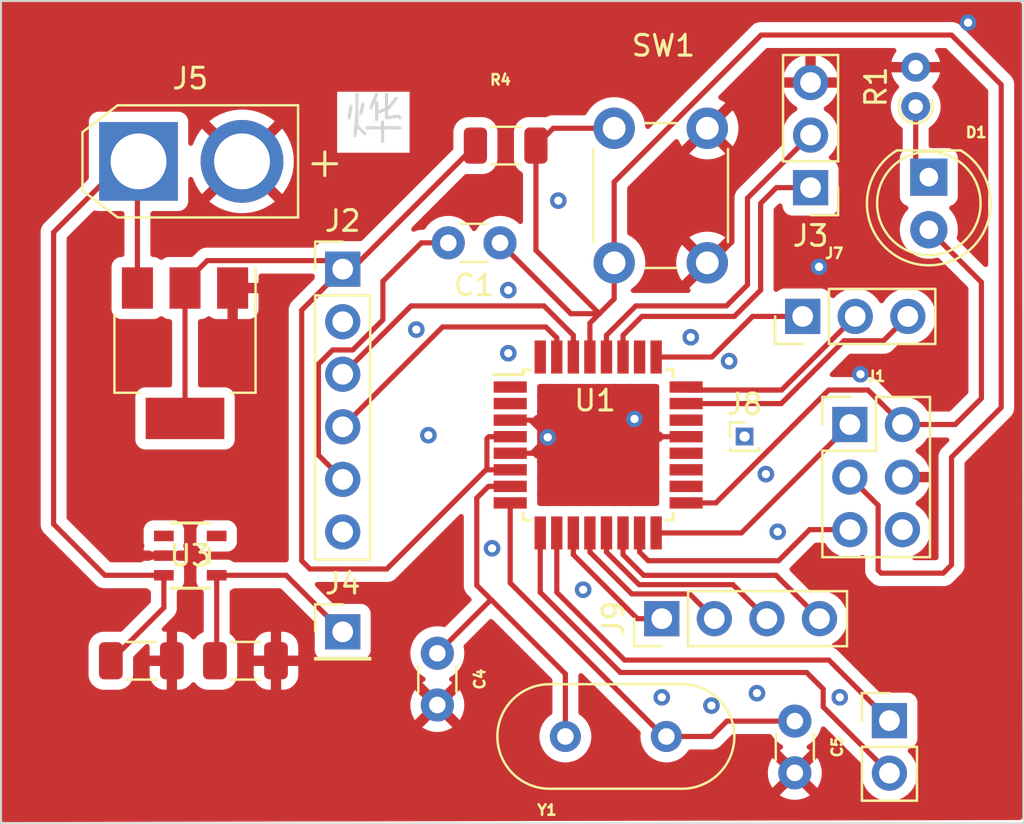
<source format=kicad_pcb>
(kicad_pcb (version 20221018) (generator pcbnew)
  (layers (0 "F.Cu" signal) (31 "B.Cu" signal) (34 "B.Paste" user) (35 "F.Paste" user) (36 "B.SilkS" user "B.Silkscreen") (37 "F.SilkS" user "F.Silkscreen") (38 "B.Mask" user) (39 "F.Mask" user) (44 "Edge.Cuts" user))
  (net 0 "")
  (net 1 "/RESET")
  (net 2 "Net-(D1-K)")
  (net 3 "GND")
  (net 4 "/MISO")
  (net 5 "/RX")
  (net 6 "/TX")
  (net 8 "/SDA")
  (net 9 "/SCK")
  (net 12 "/MOSI")
  (net 13 "Net-(U1-XTAL1{slash}PB6)")
  (net 14 "Net-(U1-XTAL2{slash}PB7)")
  (net 15 "unconnected-(J9-Pin_1-Pad1)")
  (net 16 "unconnected-(J9-Pin_2-Pad2)")
  (net 17 "unconnected-(J9-Pin_3-Pad3)")
  (net 20 "/SCL")
  (net 26 "/Digital")
  (net 27 "/Analog")
  (net 28 "/RST")
  (net 29 "/VI")
  (net 30 "/VOUT")
  (net 31 "/AREF")
  (net 32 "+5V")
  (net 33 "unconnected-(J9-Pin_4-Pad4)")
  (net 34 "Net-(J7-Pin_1)")
  (net 35 "Net-(J7-Pin_2)")
  (net 36 "Net-(J7-Pin_3)")
  (footprint "Connector_PinHeader_2.54mm:PinHeader_1x06_P2.54mm_Vertical" (layer "F.Cu") (at 117.983 67.31)
    (fp_text reference "J2" (at 0 -2.33) (layer "F.SilkS"))
    (fp_text value "Conn_01x06" hide)
    (fp_line (start -1.33 -1.33) (end 0 -1.33) (stroke (width 0.12)) (layer "F.SilkS"))
    (fp_line (start -1.33 0) (end -1.33 -1.33) (stroke (width 0.12)) (layer "F.SilkS"))
    (fp_line (start -1.33 1.27) (end -1.33 14.03) (stroke (width 0.12)) (layer "F.SilkS"))
    (fp_line (start -1.33 1.27) (end 1.33 1.27) (stroke (width 0.12)) (layer "F.SilkS"))
    (fp_line (start -1.33 14.03) (end 1.33 14.03) (stroke (width 0.12)) (layer "F.SilkS"))
    (fp_line (start 1.33 1.27) (end 1.33 14.03) (stroke (width 0.12)) (layer "F.SilkS"))
    (pad "1" thru_hole rect (at 0 0) (size 1.7 1.7) (drill 1) (layers "*.Cu" "*.Mask") (net 32 "+5V"))
    (pad "2" thru_hole oval (at 0 2.54) (size 1.7 1.7) (drill 1) (layers "*.Cu" "*.Mask") (net 3 "GND"))
    (pad "3" thru_hole oval (at 0 5.08) (size 1.7 1.7) (drill 1) (layers "*.Cu" "*.Mask") (net 5 "/RX"))
    (pad "4" thru_hole oval (at 0 7.62) (size 1.7 1.7) (drill 1) (layers "*.Cu" "*.Mask") (net 6 "/TX"))
    (pad "5" thru_hole oval (at 0 10.16) (size 1.7 1.7) (drill 1) (layers "*.Cu" "*.Mask") (net 28 "/RST"))
    (pad "6" thru_hole oval (at 0 12.7) (size 1.7 1.7) (drill 1) (layers "*.Cu" "*.Mask"))
  )
  (footprint "Connector_PinHeader_2.54mm:PinHeader_2x03_P2.54mm_Vertical" (layer "F.Cu") (at 142.489 74.818)
    (fp_text reference "J1" (at 1.27 -2.33) (layer "F.SilkS") (effects (font (size 0.5 0.5) (thickness 0.125))))
    (fp_text value "Conn_02x03_Counter_Clockwise" hide)
    (fp_line (start -1.33 -1.33) (end 0 -1.33) (stroke (width 0.12)) (layer "F.SilkS"))
    (fp_line (start -1.33 0) (end -1.33 -1.33) (stroke (width 0.12)) (layer "F.SilkS"))
    (fp_line (start -1.33 1.27) (end -1.33 6.41) (stroke (width 0.12)) (layer "F.SilkS"))
    (fp_line (start -1.33 1.27) (end 1.27 1.27) (stroke (width 0.12)) (layer "F.SilkS"))
    (fp_line (start -1.33 6.41) (end 3.87 6.41) (stroke (width 0.12)) (layer "F.SilkS"))
    (fp_line (start 1.27 -1.33) (end 3.87 -1.33) (stroke (width 0.12)) (layer "F.SilkS"))
    (fp_line (start 1.27 1.27) (end 1.27 -1.33) (stroke (width 0.12)) (layer "F.SilkS"))
    (fp_line (start 3.87 -1.33) (end 3.87 6.41) (stroke (width 0.12)) (layer "F.SilkS"))
    (pad "1" thru_hole rect (at 0 0) (size 1.7 1.7) (drill 1) (layers "*.Cu" "*.Mask") (net 4 "/MISO"))
    (pad "2" thru_hole oval (at 2.54 0) (size 1.7 1.7) (drill 1) (layers "*.Cu" "*.Mask") (net 9 "/SCK"))
    (pad "3" thru_hole oval (at 0 2.54) (size 1.7 1.7) (drill 1) (layers "*.Cu" "*.Mask") (net 1 "/RESET"))
    (pad "4" thru_hole oval (at 2.54 2.54) (size 1.7 1.7) (drill 1) (layers "*.Cu" "*.Mask") (net 3 "GND"))
    (pad "5" thru_hole oval (at 0 5.08) (size 1.7 1.7) (drill 1) (layers "*.Cu" "*.Mask") (net 12 "/MOSI"))
    (pad "6" thru_hole oval (at 2.54 5.08) (size 1.7 1.7) (drill 1) (layers "*.Cu" "*.Mask") (net 32 "+5V"))
  )
  (footprint "Capacitor_SMD:C_1206_3216Metric" (layer "F.Cu") (at 108.253 86.233)
    (fp_text reference "C2" hide)
    (fp_text value "0.1uf")
    (fp_line (start -0.711252 -0.91) (end 0.711252 -0.91) (stroke (width 0.12)) (layer "F.SilkS"))
    (fp_line (start -0.711252 0.91) (end 0.711252 0.91) (stroke (width 0.12)) (layer "F.SilkS"))
    (pad "1" smd roundrect (at -1.475 0) (size 1.15 1.8) (layers "F.Cu" "F.Paste" "F.Mask") (roundrect_rratio 0.2173913043) (net 29 "/VI"))
    (pad "2" smd roundrect (at 1.475 0) (size 1.15 1.8) (layers "F.Cu" "F.Paste" "F.Mask") (roundrect_rratio 0.2173913043) (net 3 "GND"))
  )
  (footprint "LED_THT:LED_D5.0mm" (layer "F.Cu") (at 146.304 62.865 -90)
    (fp_text reference "D1" (at -2.159 -2.286) (layer "F.SilkS") (effects (font (size 0.5 0.5) (thickness 0.125))))
    (fp_text value "MCU_LED")
    (fp_line (start -1.29 -1.545) (end -1.29 1.545) (stroke (width 0.12)) (layer "F.SilkS"))
    (fp_arc (start -1.29 -1.54483) (mid 2.072002 -2.880433) (end 4.26 0.000462) (stroke (width 0.12)) (layer "F.SilkS"))
    (fp_arc (start 4.26 -0.000462) (mid 2.072002 2.880433) (end -1.29 1.54483) (stroke (width 0.12)) (layer "F.SilkS"))
    (fp_circle (center 1.27 0) (end 3.77 0) (stroke (width 0.12)) (fill none) (layer "F.SilkS"))
    (pad "1" thru_hole rect (at 0 0 270) (size 1.8 1.8) (drill 0.9) (layers "*.Cu" "*.Mask") (net 2 "Net-(D1-K)"))
    (pad "2" thru_hole circle (at 2.54 0 270) (size 1.8 1.8) (drill 0.9) (layers "*.Cu" "*.Mask") (net 9 "/SCK"))
  )
  (footprint "Connector_PinHeader_2.54mm:PinHeader_1x02_P2.54mm_Vertical" (layer "F.Cu") (at 144.4 89.125)
    (fp_text reference "J6" hide)
    (fp_text value "AandDpin")
    (fp_line (start -1.33 -1.33) (end 0 -1.33) (stroke (width 0.12)) (layer "F.SilkS"))
    (fp_line (start -1.33 0) (end -1.33 -1.33) (stroke (width 0.12)) (layer "F.SilkS"))
    (fp_line (start -1.33 1.27) (end -1.33 3.87) (stroke (width 0.12)) (layer "F.SilkS"))
    (fp_line (start -1.33 1.27) (end 1.33 1.27) (stroke (width 0.12)) (layer "F.SilkS"))
    (fp_line (start -1.33 3.87) (end 1.33 3.87) (stroke (width 0.12)) (layer "F.SilkS"))
    (fp_line (start 1.33 1.27) (end 1.33 3.87) (stroke (width 0.12)) (layer "F.SilkS"))
    (pad "1" thru_hole rect (at 0 0) (size 1.7 1.7) (drill 1) (layers "*.Cu" "*.Mask") (net 27 "/Analog"))
    (pad "2" thru_hole oval (at 0 2.54) (size 1.7 1.7) (drill 1) (layers "*.Cu" "*.Mask") (net 26 "/Digital"))
  )
  (footprint "Connector_AMASS:AMASS_XT30U-F_1x02_P5.0mm_Vertical" (layer "F.Cu") (at 108.117 62.103)
    (fp_text reference "J5" (at 2.5 -4) (layer "F.SilkS"))
    (fp_text value "XT30")
    (fp_text user "+" (at 9 0) (layer "F.SilkS") (effects (font (size 1.5 1.5))))
    (fp_text user "-" (at -0.04 0) (layer "F.SilkS") (effects (font (size 1.5 1.5))))
    (fp_line (start -2.71 -1.41) (end -2.71 1.41) (stroke (width 0.12)) (layer "F.SilkS"))
    (fp_line (start -2.71 -1.41) (end -1.01 -2.71) (stroke (width 0.12)) (layer "F.SilkS"))
    (fp_line (start -2.71 1.41) (end -1.01 2.71) (stroke (width 0.12)) (layer "F.SilkS"))
    (fp_line (start -1.01 -2.71) (end 7.71 -2.71) (stroke (width 0.12)) (layer "F.SilkS"))
    (fp_line (start -1.01 2.71) (end 7.71 2.71) (stroke (width 0.12)) (layer "F.SilkS"))
    (fp_line (start 7.71 -2.71) (end 7.71 2.71) (stroke (width 0.12)) (layer "F.SilkS"))
    (pad "1" thru_hole rect (at 0 0) (size 3.8 3.8) (drill 2.7) (layers "*.Cu" "*.Mask") (net 29 "/VI"))
    (pad "2" thru_hole circle (at 5 0) (size 4 4) (drill 2.7) (layers "*.Cu" "*.Mask") (net 3 "GND"))
  )
  (footprint "Connector_PinHeader_2.54mm:PinHeader_1x01_P2.54mm_Vertical" (layer "F.Cu") (at 117.983 84.836)
    (fp_text reference "J4" (at 0 -2.33) (layer "F.SilkS"))
    (fp_text value "Conn_01x02_Pin")
    (fp_line (start -1.33 -1.33) (end 0 -1.33) (stroke (width 0.12)) (layer "F.SilkS"))
    (fp_line (start -1.33 0) (end -1.33 -1.33) (stroke (width 0.12)) (layer "F.SilkS"))
    (fp_line (start -1.33 1.27) (end -1.33 1.33) (stroke (width 0.12)) (layer "F.SilkS"))
    (fp_line (start -1.33 1.27) (end 1.33 1.27) (stroke (width 0.12)) (layer "F.SilkS"))
    (fp_line (start -1.33 1.33) (end 1.33 1.33) (stroke (width 0.12)) (layer "F.SilkS"))
    (fp_line (start 1.33 1.27) (end 1.33 1.33) (stroke (width 0.12)) (layer "F.SilkS"))
    (pad "1" thru_hole rect (at 0 0) (size 1.7 1.7) (drill 1) (layers "*.Cu" "*.Mask") (net 30 "/VOUT"))
  )
  (footprint "Package_QFP:TQFP-32_7x7mm_P0.8mm" (layer "F.Cu") (at 130.327 75.807)
    (fp_text reference "U1" (at -0.152 -2.147) (layer "F.SilkS"))
    (fp_text value "ATmega328P-A")
    (fp_line (start -3.625 -3.625) (end -3.625 -3.4) (stroke (width 0.15)) (layer "F.SilkS"))
    (fp_line (start -3.625 -3.625) (end -3.3 -3.625) (stroke (width 0.15)) (layer "F.SilkS"))
    (fp_line (start -3.625 -3.4) (end -5.05 -3.4) (stroke (width 0.15)) (layer "F.SilkS"))
    (fp_line (start -3.625 3.625) (end -3.625 3.3) (stroke (width 0.15)) (layer "F.SilkS"))
    (fp_line (start -3.625 3.625) (end -3.3 3.625) (stroke (width 0.15)) (layer "F.SilkS"))
    (fp_line (start 3.625 -3.625) (end 3.3 -3.625) (stroke (width 0.15)) (layer "F.SilkS"))
    (fp_line (start 3.625 -3.625) (end 3.625 -3.3) (stroke (width 0.15)) (layer "F.SilkS"))
    (fp_line (start 3.625 3.625) (end 3.3 3.625) (stroke (width 0.15)) (layer "F.SilkS"))
    (fp_line (start 3.625 3.625) (end 3.625 3.3) (stroke (width 0.15)) (layer "F.SilkS"))
    (pad "1" smd rect (at -4.25 -2.8) (size 1.6 0.55) (layers "F.Cu" "F.Paste" "F.Mask"))
    (pad "2" smd rect (at -4.25 -2) (size 1.6 0.55) (layers "F.Cu" "F.Paste" "F.Mask"))
    (pad "3" smd rect (at -4.25 -1.2) (size 1.6 0.55) (layers "F.Cu" "F.Paste" "F.Mask") (net 3 "GND"))
    (pad "4" smd rect (at -4.25 -0.4) (size 1.6 0.55) (layers "F.Cu" "F.Paste" "F.Mask") (net 32 "+5V"))
    (pad "5" smd rect (at -4.25 0.4) (size 1.6 0.55) (layers "F.Cu" "F.Paste" "F.Mask") (net 3 "GND"))
    (pad "6" smd rect (at -4.25 1.2) (size 1.6 0.55) (layers "F.Cu" "F.Paste" "F.Mask") (net 32 "+5V"))
    (pad "7" smd rect (at -4.25 2) (size 1.6 0.55) (layers "F.Cu" "F.Paste" "F.Mask") (net 13 "Net-(U1-XTAL1{slash}PB6)"))
    (pad "8" smd rect (at -4.25 2.8) (size 1.6 0.55) (layers "F.Cu" "F.Paste" "F.Mask") (net 14 "Net-(U1-XTAL2{slash}PB7)"))
    (pad "9" smd rect (at -2.8 4.25 90) (size 1.6 0.55) (layers "F.Cu" "F.Paste" "F.Mask") (net 26 "/Digital"))
    (pad "10" smd rect (at -2 4.25 90) (size 1.6 0.55) (layers "F.Cu" "F.Paste" "F.Mask") (net 27 "/Analog"))
    (pad "11" smd rect (at -1.2 4.25 90) (size 1.6 0.55) (layers "F.Cu" "F.Paste" "F.Mask") (net 15 "unconnected-(J9-Pin_1-Pad1)"))
    (pad "12" smd rect (at -0.4 4.25 90) (size 1.6 0.55) (layers "F.Cu" "F.Paste" "F.Mask") (net 16 "unconnected-(J9-Pin_2-Pad2)"))
    (pad "13" smd rect (at 0.4 4.25 90) (size 1.6 0.55) (layers "F.Cu" "F.Paste" "F.Mask") (net 17 "unconnected-(J9-Pin_3-Pad3)"))
    (pad "14" smd rect (at 1.2 4.25 90) (size 1.6 0.55) (layers "F.Cu" "F.Paste" "F.Mask") (net 33 "unconnected-(J9-Pin_4-Pad4)"))
    (pad "15" smd rect (at 2 4.25 90) (size 1.6 0.55) (layers "F.Cu" "F.Paste" "F.Mask") (net 12 "/MOSI"))
    (pad "16" smd rect (at 2.8 4.25 90) (size 1.6 0.55) (layers "F.Cu" "F.Paste" "F.Mask") (net 4 "/MISO"))
    (pad "17" smd rect (at 4.25 2.8) (size 1.6 0.55) (layers "F.Cu" "F.Paste" "F.Mask") (net 9 "/SCK"))
    (pad "18" smd rect (at 4.25 2) (size 1.6 0.55) (layers "F.Cu" "F.Paste" "F.Mask"))
    (pad "19" smd rect (at 4.25 1.2) (size 1.6 0.55) (layers "F.Cu" "F.Paste" "F.Mask"))
    (pad "20" smd rect (at 4.25 0.4) (size 1.6 0.55) (layers "F.Cu" "F.Paste" "F.Mask") (net 31 "/AREF"))
    (pad "21" smd rect (at 4.25 -0.4) (size 1.6 0.55) (layers "F.Cu" "F.Paste" "F.Mask") (net 3 "GND"))
    (pad "22" smd rect (at 4.25 -1.2) (size 1.6 0.55) (layers "F.Cu" "F.Paste" "F.Mask"))
    (pad "23" smd rect (at 4.25 -2) (size 1.6 0.55) (layers "F.Cu" "F.Paste" "F.Mask") (net 36 "Net-(J7-Pin_3)"))
    (pad "24" smd rect (at 4.25 -2.8) (size 1.6 0.55) (layers "F.Cu" "F.Paste" "F.Mask") (net 35 "Net-(J7-Pin_2)"))
    (pad "25" smd rect (at 2.8 -4.25 90) (size 1.6 0.55) (layers "F.Cu" "F.Paste" "F.Mask") (net 34 "Net-(J7-Pin_1)"))
    (pad "26" smd rect (at 2 -4.25 90) (size 1.6 0.55) (layers "F.Cu" "F.Paste" "F.Mask"))
    (pad "27" smd rect (at 1.2 -4.25 90) (size 1.6 0.55) (layers "F.Cu" "F.Paste" "F.Mask") (net 8 "/SDA"))
    (pad "28" smd rect (at 0.4 -4.25 90) (size 1.6 0.55) (layers "F.Cu" "F.Paste" "F.Mask") (net 20 "/SCL"))
    (pad "29" smd rect (at -0.4 -4.25 90) (size 1.6 0.55) (layers "F.Cu" "F.Paste" "F.Mask") (net 1 "/RESET"))
    (pad "30" smd rect (at -1.2 -4.25 90) (size 1.6 0.55) (layers "F.Cu" "F.Paste" "F.Mask") (net 5 "/RX"))
    (pad "31" smd rect (at -2 -4.25 90) (size 1.6 0.55) (layers "F.Cu" "F.Paste" "F.Mask") (net 6 "/TX"))
    (pad "32" smd rect (at -2.8 -4.25 90) (size 1.6 0.55) (layers "F.Cu" "F.Paste" "F.Mask"))
  )
  (footprint "Button_Switch_THT:SW_PUSH_6mm" (layer "F.Cu") (at 135.6 60.504 -90)
    (fp_text reference "SW1" (at -3.989 2.123) (layer "F.SilkS"))
    (fp_text value "MCU_Button")
    (fp_line (start -0.25 1.5) (end -0.25 3) (stroke (width 0.12)) (layer "F.SilkS"))
    (fp_line (start 1 5.5) (end 5.5 5.5) (stroke (width 0.12)) (layer "F.SilkS"))
    (fp_line (start 5.5 -1) (end 1 -1) (stroke (width 0.12)) (layer "F.SilkS"))
    (fp_line (start 6.75 3) (end 6.75 1.5) (stroke (width 0.12)) (layer "F.SilkS"))
    (pad "1" thru_hole circle (at 0 0) (size 2 2) (drill 1.1) (layers "*.Cu" "*.Mask") (net 3 "GND"))
    (pad "1" thru_hole circle (at 6.5 0) (size 2 2) (drill 1.1) (layers "*.Cu" "*.Mask") (net 3 "GND"))
    (pad "2" thru_hole circle (at 0 4.5) (size 2 2) (drill 1.1) (layers "*.Cu" "*.Mask") (net 1 "/RESET"))
    (pad "2" thru_hole circle (at 6.5 4.5) (size 2 2) (drill 1.1) (layers "*.Cu" "*.Mask") (net 1 "/RESET"))
  )
  (footprint "Capacitor_THT:C_Disc_D3.0mm_W1.6mm_P2.50mm" (layer "F.Cu") (at 125.583 66.04 180)
    (fp_text reference "C1" (at 1.25 -2.05) (layer "F.SilkS"))
    (fp_text value "100nF")
    (fp_line (start 0.621 -0.92) (end 1.879 -0.92) (stroke (width 0.12)) (layer "F.SilkS"))
    (fp_line (start 0.621 0.92) (end 1.879 0.92) (stroke (width 0.12)) (layer "F.SilkS"))
    (pad "1" thru_hole circle (at 0 0 180) (size 1.6 1.6) (drill 0.8) (layers "*.Cu" "*.Mask") (net 1 "/RESET"))
    (pad "2" thru_hole circle (at 2.5 0 180) (size 1.6 1.6) (drill 0.8) (layers "*.Cu" "*.Mask") (net 28 "/RST"))
  )
  (footprint "Resistor_THT:R_Axial_DIN0204_L3.6mm_D1.6mm_P1.90mm_Vertical" (layer "F.Cu") (at 145.669 59.452 90)
    (fp_text reference "R1" (at 0.95 -1.92 90) (layer "F.SilkS"))
    (fp_text value "1k")
    (fp_arc (start 0.320095 0.749359) (mid -0.813042 -0.054435) (end 0.417133 -0.7) (stroke (width 0.12)) (layer "F.SilkS"))
    (pad "1" thru_hole circle (at 0 0 90) (size 1.4 1.4) (drill 0.7) (layers "*.Cu" "*.Mask") (net 2 "Net-(D1-K)"))
    (pad "2" thru_hole oval (at 1.9 0 90) (size 1.4 1.4) (drill 0.7) (layers "*.Cu" "*.Mask") (net 3 "GND"))
  )
  (footprint "Connector_PinHeader_2.54mm:PinHeader_1x03_P2.54mm_Vertical" (layer "F.Cu") (at 140.589 63.373 180)
    (fp_text reference "J3" (at 0 -2.33) (layer "F.SilkS"))
    (fp_text value "Conn_01x03" hide)
    (fp_line (start -1.33 -1.33) (end 0 -1.33) (stroke (width 0.12)) (layer "F.SilkS"))
    (fp_line (start -1.33 0) (end -1.33 -1.33) (stroke (width 0.12)) (layer "F.SilkS"))
    (fp_line (start -1.33 1.27) (end -1.33 6.41) (stroke (width 0.12)) (layer "F.SilkS"))
    (fp_line (start -1.33 1.27) (end 1.33 1.27) (stroke (width 0.12)) (layer "F.SilkS"))
    (fp_line (start -1.33 6.41) (end 1.33 6.41) (stroke (width 0.12)) (layer "F.SilkS"))
    (fp_line (start 1.33 1.27) (end 1.33 6.41) (stroke (width 0.12)) (layer "F.SilkS"))
    (pad "1" thru_hole rect (at 0 0 180) (size 1.7 1.7) (drill 1) (layers "*.Cu" "*.Mask") (net 8 "/SDA"))
    (pad "2" thru_hole oval (at 0 2.54 180) (size 1.7 1.7) (drill 1) (layers "*.Cu" "*.Mask") (net 20 "/SCL"))
    (pad "3" thru_hole oval (at 0 5.08 180) (size 1.7 1.7) (drill 1) (layers "*.Cu" "*.Mask") (net 3 "GND"))
  )
  (footprint "Crystal:Crystal_HC49-4H_Vertical" (layer "F.Cu") (at 128.742 89.892)
    (fp_text reference "Y1" (at -0.889 3.556) (layer "F.SilkS") (effects (font (size 0.5 0.5) (thickness 0.125))))
    (fp_text value "Crystal")
    (fp_line (start -0.76 -2.525) (end 5.64 -2.525) (stroke (width 0.12)) (layer "F.SilkS"))
    (fp_line (start -0.76 2.525) (end 5.64 2.525) (stroke (width 0.12)) (layer "F.SilkS"))
    (fp_arc (start -0.76 2.525) (mid -3.285 0) (end -0.76 -2.525) (stroke (width 0.12)) (layer "F.SilkS"))
    (fp_arc (start 5.64 -2.525) (mid 8.165 0) (end 5.64 2.525) (stroke (width 0.12)) (layer "F.SilkS"))
    (pad "1" thru_hole circle (at 0 0) (size 1.5 1.5) (drill 0.8) (layers "*.Cu" "*.Mask") (net 13 "Net-(U1-XTAL1{slash}PB6)"))
    (pad "2" thru_hole circle (at 4.88 0) (size 1.5 1.5) (drill 0.8) (layers "*.Cu" "*.Mask") (net 14 "Net-(U1-XTAL2{slash}PB7)"))
  )
  (footprint "Connector_PinHeader_1.00mm:PinHeader_1x01_P1.00mm_Vertical" (layer "F.Cu") (at 137.4 75.4)
    (fp_text reference "J8" (at 0 -1.56) (layer "F.SilkS"))
    (fp_text value "Conn_01x01_Pin")
    (fp_line (start -0.695 -0.685) (end 0 -0.685) (stroke (width 0.12)) (layer "F.SilkS"))
    (fp_line (start -0.695 0) (end -0.695 -0.685) (stroke (width 0.12)) (layer "F.SilkS"))
    (fp_line (start -0.695 0.685) (end -0.695 0.56) (stroke (width 0.12)) (layer "F.SilkS"))
    (fp_line (start -0.695 0.685) (end -0.608276 0.685) (stroke (width 0.12)) (layer "F.SilkS"))
    (fp_line (start -0.695 0.685) (end 0.695 0.685) (stroke (width 0.12)) (layer "F.SilkS"))
    (fp_line (start 0.608276 0.685) (end 0.695 0.685) (stroke (width 0.12)) (layer "F.SilkS"))
    (fp_line (start 0.695 0.685) (end 0.695 0.56) (stroke (width 0.12)) (layer "F.SilkS"))
    (pad "1" thru_hole rect (at 0 0) (size 0.85 0.85) (drill 0.5) (layers "*.Cu" "*.Mask") (net 31 "/AREF"))
  )
  (footprint "Package_TO_SOT_SMD:SOT-223-3_TabPin2" (layer "F.Cu") (at 110.363 71.374 -90)
    (fp_text reference "U2" hide)
    (fp_text value "AMS1117")
    (fp_line (start -4.1 -3.41) (end 1.91 -3.41) (stroke (width 0.12)) (layer "F.SilkS"))
    (fp_line (start -1.85 3.41) (end 1.91 3.41) (stroke (width 0.12)) (layer "F.SilkS"))
    (fp_line (start 1.91 -3.41) (end 1.91 -2.15) (stroke (width 0.12)) (layer "F.SilkS"))
    (fp_line (start 1.91 3.41) (end 1.91 2.15) (stroke (width 0.12)) (layer "F.SilkS"))
    (pad "1" smd rect (at -3.15 -2.3 270) (size 2 1.5) (layers "F.Cu" "F.Paste" "F.Mask") (net 3 "GND"))
    (pad "2" smd rect (at -3.15 0 270) (size 2 1.5) (layers "F.Cu" "F.Paste" "F.Mask") (net 32 "+5V"))
    (pad "2" smd rect (at 3.15 0 270) (size 2 3.8) (layers "F.Cu" "F.Paste" "F.Mask") (net 32 "+5V"))
    (pad "3" smd rect (at -3.15 2.3 270) (size 2 1.5) (layers "F.Cu" "F.Paste" "F.Mask") (net 29 "/VI"))
  )
  (footprint "Connector_PinHeader_2.54mm:PinHeader_1x04_P2.54mm_Vertical" (layer "F.Cu") (at 133.4 84.2 90)
    (fp_text reference "J9" (at 0 -2.33 90) (layer "F.SilkS"))
    (fp_text value "Conn_01x04_Pin")
    (fp_line (start -1.33 -1.33) (end 0 -1.33) (stroke (width 0.12)) (layer "F.SilkS"))
    (fp_line (start -1.33 0) (end -1.33 -1.33) (stroke (width 0.12)) (layer "F.SilkS"))
    (fp_line (start -1.33 1.27) (end -1.33 8.95) (stroke (width 0.12)) (layer "F.SilkS"))
    (fp_line (start -1.33 1.27) (end 1.33 1.27) (stroke (width 0.12)) (layer "F.SilkS"))
    (fp_line (start -1.33 8.95) (end 1.33 8.95) (stroke (width 0.12)) (layer "F.SilkS"))
    (fp_line (start 1.33 1.27) (end 1.33 8.95) (stroke (width 0.12)) (layer "F.SilkS"))
    (pad "1" thru_hole rect (at 0 0 90) (size 1.7 1.7) (drill 1) (layers "*.Cu" "*.Mask") (net 15 "unconnected-(J9-Pin_1-Pad1)"))
    (pad "2" thru_hole oval (at 0 2.54 90) (size 1.7 1.7) (drill 1) (layers "*.Cu" "*.Mask") (net 16 "unconnected-(J9-Pin_2-Pad2)"))
    (pad "3" thru_hole oval (at 0 5.08 90) (size 1.7 1.7) (drill 1) (layers "*.Cu" "*.Mask") (net 17 "unconnected-(J9-Pin_3-Pad3)"))
    (pad "4" thru_hole oval (at 0 7.62 90) (size 1.7 1.7) (drill 1) (layers "*.Cu" "*.Mask") (net 33 "unconnected-(J9-Pin_4-Pad4)"))
  )
  (footprint "Capacitor_THT:C_Disc_D3.0mm_W1.6mm_P2.50mm" (layer "F.Cu") (at 139.828 89.15 -90)
    (fp_text reference "C5" (at 1.25 -2.05 90) (layer "F.SilkS") (effects (font (size 0.5 0.5) (thickness 0.125))))
    (fp_text value "0.22pf")
    (fp_line (start 0.621 -0.92) (end 1.879 -0.92) (stroke (width 0.12)) (layer "F.SilkS"))
    (fp_line (start 0.621 0.92) (end 1.879 0.92) (stroke (width 0.12)) (layer "F.SilkS"))
    (pad "1" thru_hole circle (at 0 0 270) (size 1.6 1.6) (drill 0.8) (layers "*.Cu" "*.Mask") (net 14 "Net-(U1-XTAL2{slash}PB7)"))
    (pad "2" thru_hole circle (at 2.5 0 270) (size 1.6 1.6) (drill 0.8) (layers "*.Cu" "*.Mask") (net 3 "GND"))
  )
  (footprint "Connector_PinHeader_2.54mm:PinHeader_1x03_P2.54mm_Vertical" (layer "F.Cu") (at 140.208 69.596 90)
    (fp_text reference "J7" (at 3.048 1.524 180) (layer "F.SilkS") (effects (font (size 0.5 0.5) (thickness 0.125))))
    (fp_text value "Conn_01x03" hide)
    (fp_line (start -1.33 -1.33) (end 0 -1.33) (stroke (width 0.12)) (layer "F.SilkS"))
    (fp_line (start -1.33 0) (end -1.33 -1.33) (stroke (width 0.12)) (layer "F.SilkS"))
    (fp_line (start -1.33 1.27) (end -1.33 6.41) (stroke (width 0.12)) (layer "F.SilkS"))
    (fp_line (start -1.33 1.27) (end 1.33 1.27) (stroke (width 0.12)) (layer "F.SilkS"))
    (fp_line (start -1.33 6.41) (end 1.33 6.41) (stroke (width 0.12)) (layer "F.SilkS"))
    (fp_line (start 1.33 1.27) (end 1.33 6.41) (stroke (width 0.12)) (layer "F.SilkS"))
    (pad "1" thru_hole rect (at 0 0 90) (size 1.7 1.7) (drill 1) (layers "*.Cu" "*.Mask") (net 34 "Net-(J7-Pin_1)"))
    (pad "2" thru_hole oval (at 0 2.54 90) (size 1.7 1.7) (drill 1) (layers "*.Cu" "*.Mask") (net 35 "Net-(J7-Pin_2)"))
    (pad "3" thru_hole oval (at 0 5.08 90) (size 1.7 1.7) (drill 1) (layers "*.Cu" "*.Mask") (net 36 "Net-(J7-Pin_3)"))
  )
  (footprint "Resistor_SMD:R_1206_3216Metric" (layer "F.Cu") (at 125.857 61.341 180)
    (fp_text reference "R4" (at 0.254 3.175) (layer "F.SilkS") (effects (font (size 0.5 0.5) (thickness 0.125))))
    (fp_text value "10K")
    (fp_line (start -0.727064 -0.91) (end 0.727064 -0.91) (stroke (width 0.12)) (layer "F.SilkS"))
    (fp_line (start -0.727064 0.91) (end 0.727064 0.91) (stroke (width 0.12)) (layer "F.SilkS"))
    (pad "1" smd roundrect (at -1.4625 0 180) (size 1.125 1.75) (layers "F.Cu" "F.Paste" "F.Mask") (roundrect_rratio 0.2222222222) (net 1 "/RESET"))
    (pad "2" smd roundrect (at 1.4625 0 180) (size 1.125 1.75) (layers "F.Cu" "F.Paste" "F.Mask") (roundrect_rratio 0.2222222222) (net 32 "+5V"))
  )
  (footprint "Capacitor_THT:C_Disc_D3.0mm_W1.6mm_P2.50mm" (layer "F.Cu") (at 122.555 85.872 -90)
    (fp_text reference "C4" (at 1.25 -2.05 90) (layer "F.SilkS") (effects (font (size 0.5 0.5) (thickness 0.125))))
    (fp_text value "0.22pf")
    (fp_line (start 0.621 -0.92) (end 1.879 -0.92) (stroke (width 0.12)) (layer "F.SilkS"))
    (fp_line (start 0.621 0.92) (end 1.879 0.92) (stroke (width 0.12)) (layer "F.SilkS"))
    (pad "1" thru_hole circle (at 0 0 270) (size 1.6 1.6) (drill 0.8) (layers "*.Cu" "*.Mask") (net 13 "Net-(U1-XTAL1{slash}PB6)"))
    (pad "2" thru_hole circle (at 2.5 0 270) (size 1.6 1.6) (drill 0.8) (layers "*.Cu" "*.Mask") (net 3 "GND"))
  )
  (footprint "Capacitor_SMD:C_1206_3216Metric" (layer "F.Cu") (at 113.284 86.233)
    (fp_text reference "C3" hide)
    (fp_text value "0.1uf")
    (fp_line (start -0.711252 -0.91) (end 0.711252 -0.91) (stroke (width 0.12)) (layer "F.SilkS"))
    (fp_line (start -0.711252 0.91) (end 0.711252 0.91) (stroke (width 0.12)) (layer "F.SilkS"))
    (pad "1" smd roundrect (at -1.475 0) (size 1.15 1.8) (layers "F.Cu" "F.Paste" "F.Mask") (roundrect_rratio 0.2173913043) (net 30 "/VOUT"))
    (pad "2" smd roundrect (at 1.475 0) (size 1.15 1.8) (layers "F.Cu" "F.Paste" "F.Mask") (roundrect_rratio 0.2173913043) (net 3 "GND"))
  )
  (footprint "footprints:UJ_5_ADI" (layer "F.Cu") (at 110.617 81.153)
    (fp_text reference "U3" (at 0 0 unlocked) (layer "F.SilkS"))
    (fp_text value "ADR02AUJZ-REEL7")
    (fp_line (start -0.9271 1.5748) (end 0.9271 1.5748) (stroke (width 0.1524)) (layer "F.SilkS"))
    (fp_line (start 0.9271 -1.5748) (end -0.9271 -1.5748) (stroke (width 0.1524)) (layer "F.SilkS"))
    (fp_line (start 0.9271 0.363261) (end 0.9271 -0.363261) (stroke (width 0.1524)) (layer "F.SilkS"))
    (pad "1" smd rect (at -1.27635 -0.950001) (size 0.9525 0.508) (layers "F.Cu" "F.Paste" "F.Mask"))
    (pad "2" smd rect (at -1.27635 0) (size 0.9525 0.508) (layers "F.Cu" "F.Paste" "F.Mask") (net 3 "GND"))
    (pad "3" smd rect (at -1.27635 0.950001) (size 0.9525 0.508) (layers "F.Cu" "F.Paste" "F.Mask") (net 29 "/VI"))
    (pad "4" smd rect (at 1.27635 0.950001) (size 0.9525 0.508) (layers "F.Cu" "F.Paste" "F.Mask") (net 30 "/VOUT"))
    (pad "5" smd rect (at 1.27635 -0.950001) (size 0.9525 0.508) (layers "F.Cu" "F.Paste" "F.Mask"))
  )
  (gr_rect (start 101.473 54.356) (end 150.876 94.094) (stroke (width 0.1)) (fill none) (layer "Edge.Cuts"))
  (gr_text "烨" (at 118 61.4) (layer "Edge.Cuts") (effects (font (size 2 2)) (justify left bottom)))
  (segment (start 144 82) (end 143.854 81.854) (width 0.25) (layer "F.Cu") (net 1))
  (segment (start 147.4 81.6) (end 147 82) (width 0.25) (layer "F.Cu") (net 1))
  (segment (start 127.3195 61.341) (end 127.3195 66.400459) (width 0.25) (layer "F.Cu") (net 1))
  (segment (start 131.1 63.1) (end 138.2 56) (width 0.25) (layer "F.Cu") (net 1))
  (segment (start 129.927 69.918381) (end 129.927 71.557) (width 0.25) (layer "F.Cu") (net 1))
  (segment (start 147 82) (end 144 82) (width 0.25) (layer "F.Cu") (net 1))
  (segment (start 127.3195 61.341) (end 128.1565 60.504) (width 0.25) (layer "F.Cu") (net 1))
  (segment (start 128.1565 60.504) (end 131.1 60.504) (width 0.25) (layer "F.Cu") (net 1))
  (segment (start 149.8 74) (end 147.4 76.4) (width 0.25) (layer "F.Cu") (net 1))
  (segment (start 130.382211 69.46317) (end 129.00617 69.46317) (width 0.25) (layer "F.Cu") (net 1))
  (segment (start 131.1 68.745381) (end 130.382211 69.46317) (width 0.25) (layer "F.Cu") (net 1))
  (segment (start 143.854 81.854) (end 143.854 78.723) (width 0.25) (layer "F.Cu") (net 1))
  (segment (start 131.1 67.004) (end 131.1 68.745381) (width 0.25) (layer "F.Cu") (net 1))
  (segment (start 147.4 76.4) (end 147.4 81.6) (width 0.25) (layer "F.Cu") (net 1))
  (segment (start 147.4 56) (end 149.8 58.4) (width 0.25) (layer "F.Cu") (net 1))
  (segment (start 130.382211 69.46317) (end 129.927 69.918381) (width 0.25) (layer "F.Cu") (net 1))
  (segment (start 149.8 58.4) (end 149.8 74) (width 0.25) (layer "F.Cu") (net 1))
  (segment (start 127.3195 66.400459) (end 130.382211 69.46317) (width 0.25) (layer "F.Cu") (net 1))
  (segment (start 143.854 78.723) (end 142.489 77.358) (width 0.25) (layer "F.Cu") (net 1))
  (segment (start 131.1 67.004) (end 131.1 63.1) (width 0.25) (layer "F.Cu") (net 1))
  (segment (start 129.00617 69.46317) (end 125.583 66.04) (width 0.25) (layer "F.Cu") (net 1))
  (segment (start 138.2 56) (end 147.4 56) (width 0.25) (layer "F.Cu") (net 1))
  (segment (start 145.669 59.452) (end 145.669 62.23) (width 0.25) (layer "F.Cu") (net 2))
  (segment (start 145.669 62.23) (end 146.304 62.865) (width 0.25) (layer "F.Cu") (net 2))
  (segment (start 126.077 76.207) (end 127.12 76.207) (width 0.25) (layer "F.Cu") (net 3))
  (segment (start 127.12 76.207) (end 127.889 75.438) (width 0.25) (layer "F.Cu") (net 3))
  (segment (start 134.577 75.407) (end 132.938 75.407) (width 0.25) (layer "F.Cu") (net 3))
  (segment (start 126.077 74.607) (end 127.058 74.607) (width 0.25) (layer "F.Cu") (net 3))
  (segment (start 127.058 74.607) (end 127.889 75.438) (width 0.25) (layer "F.Cu") (net 3))
  (segment (start 132.938 75.407) (end 132.08 74.549) (width 0.25) (layer "F.Cu") (net 3))
  (via (at 127.889 75.438) (size 0.8) (drill 0.4) (layers "F.Cu" "B.Cu") (net 3))
  (via (at 136.652 71.755) (size 0.8) (drill 0.4) (layers "F.Cu" "B.Cu") (net 3))
  (via (at 142 88) (size 0.8) (drill 0.4) (layers "F.Cu" "B.Cu") (net 3))
  (via (at 138 87.8) (size 0.8) (drill 0.4) (layers "F.Cu" "B.Cu") (net 3))
  (via (at 134.8 70.6) (size 0.8) (drill 0.4) (layers "F.Cu" "B.Cu") (net 3))
  (via (at 135.8 88.4) (size 0.8) (drill 0.4) (layers "F.Cu" "B.Cu") (net 3))
  (via (at 139 80) (size 0.8) (drill 0.4) (layers "F.Cu" "B.Cu") (net 3))
  (via (at 138.43 77.216) (size 0.8) (drill 0.4) (layers "F.Cu" "B.Cu") (net 3))
  (via (at 148.2 55.4) (size 0.8) (drill 0.4) (layers "F.Cu" "B.Cu") (net 3))
  (via (at 121.539 70.231) (size 0.8) (drill 0.4) (layers "F.Cu" "B.Cu") (net 3))
  (via (at 132.08 74.549) (size 0.8) (drill 0.4) (layers "F.Cu" "B.Cu") (net 3))
  (via (at 128.4 64) (size 0.8) (drill 0.4) (layers "F.Cu" "B.Cu") (net 3))
  (via (at 125.2 80.8) (size 0.8) (drill 0.4) (layers "F.Cu" "B.Cu") (net 3))
  (via (at 125.984 68.326) (size 0.8) (drill 0.4) (layers "F.Cu" "B.Cu") (net 3))
  (via (at 122.1232 75.3364) (size 0.8) (drill 0.4) (layers "F.Cu" "B.Cu") (net 3))
  (via (at 129.6 82.8) (size 0.8) (drill 0.4) (layers "F.Cu" "B.Cu") (net 3))
  (via (at 133.4 88) (size 0.8) (drill 0.4) (layers "F.Cu" "B.Cu") (net 3))
  (via (at 141 67.2) (size 0.8) (drill 0.4) (layers "F.Cu" "B.Cu") (net 3))
  (via (at 125.984 71.374) (size 0.8) (drill 0.4) (layers "F.Cu" "B.Cu") (net 3))
  (via (at 143.002 72.39) (size 0.8) (drill 0.4) (layers "F.Cu" "B.Cu") (net 3))
  (segment (start 137.25 80.057) (end 142.489 74.818) (width 0.25) (layer "F.Cu") (net 4))
  (segment (start 133.127 80.057) (end 137.25 80.057) (width 0.25) (layer "F.Cu") (net 4))
  (segment (start 127.708 69.088) (end 129.127 70.507) (width 0.25) (layer "F.Cu") (net 5))
  (segment (start 117.983 72.39) (end 121.285 69.088) (width 0.25) (layer "F.Cu") (net 5))
  (segment (start 121.285 69.088) (end 127.708 69.088) (width 0.25) (layer "F.Cu") (net 5))
  (segment (start 129.127 70.507) (end 129.127 71.557) (width 0.25) (layer "F.Cu") (net 5))
  (segment (start 122.809 70.104) (end 127.799 70.104) (width 0.25) (layer "F.Cu") (net 6))
  (segment (start 128.327 70.632) (end 128.327 71.557) (width 0.25) (layer "F.Cu") (net 6))
  (segment (start 117.983 74.93) (end 122.809 70.104) (width 0.25) (layer "F.Cu") (net 6))
  (segment (start 127.799 70.104) (end 128.327 70.632) (width 0.25) (layer "F.Cu") (net 6))
  (segment (start 138.176 68.326) (end 138.176 64.135) (width 0.25) (layer "F.Cu") (net 8))
  (segment (start 131.527 71.557) (end 131.527 70.507) (width 0.25) (layer "F.Cu") (net 8))
  (segment (start 136.906 69.596) (end 138.176 68.326) (width 0.25) (layer "F.Cu") (net 8))
  (segment (start 131.527 70.507) (end 132.438 69.596) (width 0.25) (layer "F.Cu") (net 8))
  (segment (start 138.938 63.373) (end 140.589 63.373) (width 0.25) (layer "F.Cu") (net 8))
  (segment (start 138.176 64.135) (end 138.938 63.373) (width 0.25) (layer "F.Cu") (net 8))
  (segment (start 132.438 69.596) (end 136.906 69.596) (width 0.25) (layer "F.Cu") (net 8))
  (segment (start 144.008 73.797) (end 145.029 74.818) (width 0.25) (layer "F.Cu") (net 9))
  (segment (start 143.363 73.152) (end 144.008 73.797) (width 0.25) (layer "F.Cu") (net 9))
  (segment (start 148.844 67.945) (end 148.844 73.556) (width 0.25) (layer "F.Cu") (net 9))
  (segment (start 148.844 73.556) (end 147.582 74.818) (width 0.25) (layer "F.Cu") (net 9))
  (segment (start 134.577 78.607) (end 136.013695 78.607) (width 0.25) (layer "F.Cu") (net 9))
  (segment (start 146.304 65.405) (end 148.844 67.945) (width 0.25) (layer "F.Cu") (net 9))
  (segment (start 136.013695 78.607) (end 141.468695 73.152) (width 0.25) (layer "F.Cu") (net 9))
  (segment (start 141.468695 73.152) (end 143.363 73.152) (width 0.25) (layer "F.Cu") (net 9))
  (segment (start 147.582 74.818) (end 145.029 74.818) (width 0.25) (layer "F.Cu") (net 9))
  (segment (start 139.043305 81.4) (end 132.745 81.4) (width 0.25) (layer "F.Cu") (net 12))
  (segment (start 140.545305 79.898) (end 139.043305 81.4) (width 0.25) (layer "F.Cu") (net 12))
  (segment (start 142.489 79.898) (end 140.545305 79.898) (width 0.25) (layer "F.Cu") (net 12))
  (segment (start 132.327 80.982) (end 132.327 80.057) (width 0.25) (layer "F.Cu") (net 12))
  (segment (start 132.745 81.4) (end 132.327 80.982) (width 0.25) (layer "F.Cu") (net 12))
  (segment (start 125.027 77.807) (end 124.46 78.374) (width 0.25) (layer "F.Cu") (net 13))
  (segment (start 128.742 86.868999) (end 128.742 89.892) (width 0.25) (layer "F.Cu") (net 13))
  (segment (start 125.183802 83.310801) (end 128.742 86.868999) (width 0.25) (layer "F.Cu") (net 13))
  (segment (start 122.555 85.872) (end 125.116199 83.310801) (width 0.25) (layer "F.Cu") (net 13))
  (segment (start 124.46 82.587) (end 125.183802 83.310801) (width 0.25) (layer "F.Cu") (net 13))
  (segment (start 126.077 77.807) (end 125.027 77.807) (width 0.25) (layer "F.Cu") (net 13))
  (segment (start 125.116199 83.310801) (end 125.183802 83.310801) (width 0.25) (layer "F.Cu") (net 13))
  (segment (start 124.46 78.374) (end 124.46 82.587) (width 0.25) (layer "F.Cu") (net 13))
  (segment (start 136.549 89.15) (end 139.828 89.15) (width 0.25) (layer "F.Cu") (net 14))
  (segment (start 135.807 89.892) (end 136.549 89.15) (width 0.25) (layer "F.Cu") (net 14))
  (segment (start 126.077 82.477) (end 133.492 89.892) (width 0.25) (layer "F.Cu") (net 14))
  (segment (start 126.077 78.607) (end 126.077 82.477) (width 0.25) (layer "F.Cu") (net 14))
  (segment (start 133.492 89.892) (end 135.807 89.892) (width 0.25) (layer "F.Cu") (net 14))
  (segment (start 129.127 81.107) (end 132.22 84.2) (width 0.25) (layer "F.Cu") (net 15))
  (segment (start 129.127 80.057) (end 129.127 81.107) (width 0.25) (layer "F.Cu") (net 15))
  (segment (start 132.22 84.2) (end 133.4 84.2) (width 0.25) (layer "F.Cu") (net 15))
  (segment (start 129.927 80.057) (end 129.927 80.982) (width 0.25) (layer "F.Cu") (net 16))
  (segment (start 131.95073 83.00573) (end 134.74573 83.00573) (width 0.25) (layer "F.Cu") (net 16))
  (segment (start 129.927 80.982) (end 131.95073 83.00573) (width 0.25) (layer "F.Cu") (net 16))
  (segment (start 134.74573 83.00573) (end 135.94 84.2) (width 0.25) (layer "F.Cu") (net 16))
  (segment (start 132.30073 82.55573) (end 136.83573 82.55573) (width 0.25) (layer "F.Cu") (net 17))
  (segment (start 130.727 80.982) (end 132.30073 82.55573) (width 0.25) (layer "F.Cu") (net 17))
  (segment (start 130.727 80.057) (end 130.727 80.982) (width 0.25) (layer "F.Cu") (net 17))
  (segment (start 136.83573 82.55573) (end 138.48 84.2) (width 0.25) (layer "F.Cu") (net 17))
  (segment (start 132.146 69.088) (end 136.525 69.088) (width 0.25) (layer "F.Cu") (net 20))
  (segment (start 130.727 70.507) (end 132.146 69.088) (width 0.25) (layer "F.Cu") (net 20))
  (segment (start 137.541 68.072) (end 137.541 63.881) (width 0.25) (layer "F.Cu") (net 20))
  (segment (start 130.727 71.557) (end 130.727 70.507) (width 0.25) (layer "F.Cu") (net 20))
  (segment (start 136.525 69.088) (end 137.541 68.072) (width 0.25) (layer "F.Cu") (net 20))
  (segment (start 137.541 63.881) (end 140.589 60.833) (width 0.25) (layer "F.Cu") (net 20))
  (segment (start 140.4 86.8) (end 141.2 87.6) (width 0.25) (layer "F.Cu") (net 26))
  (segment (start 141.2 87.6) (end 141.2 88.465) (width 0.25) (layer "F.Cu") (net 26))
  (segment (start 131.4 86.8) (end 140.4 86.8) (width 0.25) (layer "F.Cu") (net 26))
  (segment (start 127.527 80.057) (end 127.527 82.927) (width 0.25) (layer "F.Cu") (net 26))
  (segment (start 141.2 88.465) (end 144.4 91.665) (width 0.25) (layer "F.Cu") (net 26))
  (segment (start 127.527 82.927) (end 131.4 86.8) (width 0.25) (layer "F.Cu") (net 26))
  (segment (start 128.327 82.927) (end 131.6 86.2) (width 0.25) (layer "F.Cu") (net 27))
  (segment (start 141.475 86.2) (end 144.4 89.125) (width 0.25) (layer "F.Cu") (net 27))
  (segment (start 131.6 86.2) (end 141.475 86.2) (width 0.25) (layer "F.Cu") (net 27))
  (segment (start 128.327 80.057) (end 128.327 82.927) (width 0.25) (layer "F.Cu") (net 27))
  (segment (start 117.496299 71.215) (end 118.469701 71.215) (width 0.25) (layer "F.Cu") (net 28))
  (segment (start 116.808 76.295) (end 116.808 71.903299) (width 0.25) (layer "F.Cu") (net 28))
  (segment (start 118.469701 71.215) (end 119.925 69.759701) (width 0.25) (layer "F.Cu") (net 28))
  (segment (start 119.925 67.898695) (end 121.783695 66.04) (width 0.25) (layer "F.Cu") (net 28))
  (segment (start 117.983 77.47) (end 116.808 76.295) (width 0.25) (layer "F.Cu") (net 28))
  (segment (start 119.925 69.759701) (end 119.925 67.898695) (width 0.25) (layer "F.Cu") (net 28))
  (segment (start 121.783695 66.04) (end 123.083 66.04) (width 0.25) (layer "F.Cu") (net 28))
  (segment (start 116.808 71.903299) (end 117.496299 71.215) (width 0.25) (layer "F.Cu") (net 28))
  (segment (start 104.013 65.532) (end 107.442 62.103) (width 0.25) (layer "F.Cu") (net 29))
  (segment (start 109.34065 82.103001) (end 106.487001 82.103001) (width 0.25) (layer "F.Cu") (net 29))
  (segment (start 109.34065 82.103001) (end 109.34065 83.67035) (width 0.25) (layer "F.Cu") (net 29))
  (segment (start 108.063 68.224) (end 108.063 62.157) (width 0.25) (layer "F.Cu") (net 29))
  (segment (start 106.487001 82.103001) (end 104.013 79.629) (width 0.25) (layer "F.Cu") (net 29))
  (segment (start 107.442 62.103) (end 108.117 62.103) (width 0.25) (layer "F.Cu") (net 29))
  (segment (start 104.013 79.629) (end 104.013 65.532) (width 0.25) (layer "F.Cu") (net 29))
  (segment (start 108.063 62.157) (end 108.117 62.103) (width 0.25) (layer "F.Cu") (net 29))
  (segment (start 109.34065 83.67035) (end 106.778 86.233) (width 0.25) (layer "F.Cu") (net 29))
  (segment (start 111.89335 86.14865) (end 111.809 86.233) (width 0.25) (layer "F.Cu") (net 30))
  (segment (start 111.89335 82.103001) (end 111.89335 86.14865) (width 0.25) (layer "F.Cu") (net 30))
  (segment (start 115.250001 82.103001) (end 117.983 84.836) (width 0.25) (layer "F.Cu") (net 30))
  (segment (start 111.89335 82.103001) (end 115.250001 82.103001) (width 0.25) (layer "F.Cu") (net 30))
  (segment (start 110.363 74.524) (end 110.363 68.224) (width 0.25) (layer "F.Cu") (net 32))
  (segment (start 116 69.293) (end 117.983 67.31) (width 0.25) (layer "F.Cu") (net 32))
  (segment (start 111.438 66.899) (end 117.572 66.899) (width 0.25) (layer "F.Cu") (net 32))
  (segment (start 124.997 77.007) (end 126.077 77.007) (width 0.25) (layer "F.Cu") (net 32))
  (segment (start 118.4255 67.31) (end 117.983 67.31) (width 0.25) (layer "F.Cu") (net 32))
  (segment (start 124.952 76.962) (end 120.114 81.8) (width 0.25) (layer "F.Cu") (net 32))
  (segment (start 124.952 76.962) (end 124.952 75.496386) (width 0.25) (layer "F.Cu") (net 32))
  (segment (start 110.363 67.974) (end 111.438 66.899) (width 0.25) (layer "F.Cu") (net 32))
  (segment (start 124.952 76.962) (end 124.997 77.007) (width 0.25) (layer "F.Cu") (net 32))
  (segment (start 116 81.4) (end 116 69.293) (width 0.25) (layer "F.Cu") (net 32))
  (segment (start 110.363 68.224) (end 110.363 67.974) (width 0.25) (layer "F.Cu") (net 32))
  (segment (start 125.041386 75.407) (end 126.077 75.407) (width 0.25) (layer "F.Cu") (net 32))
  (segment (start 117.572 66.899) (end 117.983 67.31) (width 0.25) (layer "F.Cu") (net 32))
  (segment (start 120.114 81.8) (end 116.4 81.8) (width 0.25) (layer "F.Cu") (net 32))
  (segment (start 116.4 81.8) (end 116 81.4) (width 0.25) (layer "F.Cu") (net 32))
  (segment (start 124.952 75.496386) (end 125.041386 75.407) (width 0.25) (layer "F.Cu") (net 32))
  (segment (start 124.3945 61.341) (end 118.4255 67.31) (width 0.25) (layer "F.Cu") (net 32))
  (segment (start 131.527 81.107) (end 132.52573 82.10573) (width 0.25) (layer "F.Cu") (net 33))
  (segment (start 131.527 80.057) (end 131.527 81.107) (width 0.25) (layer "F.Cu") (net 33))
  (segment (start 132.52573 82.10573) (end 138.92573 82.10573) (width 0.25) (layer "F.Cu") (net 33))
  (segment (start 138.92573 82.10573) (end 141.02 84.2) (width 0.25) (layer "F.Cu") (net 33))
  (segment (start 135.824695 71.557) (end 137.785695 69.596) (width 0.25) (layer "F.Cu") (net 34))
  (segment (start 133.127 71.557) (end 135.824695 71.557) (width 0.25) (layer "F.Cu") (net 34))
  (segment (start 137.785695 69.596) (end 140.208 69.596) (width 0.25) (layer "F.Cu") (net 34))
  (segment (start 134.722 73.152) (end 139.192 73.152) (width 0.25) (layer "F.Cu") (net 35))
  (segment (start 139.192 73.152) (end 142.748 69.596) (width 0.25) (layer "F.Cu") (net 35))
  (segment (start 134.577 73.007) (end 134.722 73.152) (width 0.25) (layer "F.Cu") (net 35))
  (segment (start 144.113 70.771) (end 142.209396 70.771) (width 0.25) (layer "F.Cu") (net 36))
  (segment (start 139.173396 73.807) (end 134.577 73.807) (width 0.25) (layer "F.Cu") (net 36))
  (segment (start 145.288 69.596) (end 144.113 70.771) (width 0.25) (layer "F.Cu") (net 36))
  (segment (start 142.209396 70.771) (end 139.173396 73.807) (width 0.25) (layer "F.Cu") (net 36))
  (zone (net 3) (net_name "GND") (layer "F.Cu") (connect_pads (clearance 0.5)) (min_thickness 0.25) (fill yes (thermal_gap 0.5) (thermal_bridge_width 0.5))
    (polygon (pts (xy 101.429622 54.334043) (xy 150.803571 54.399137) (xy 150.8252 93.9292) (xy 101.4476 94.0308)))
  )
)
</source>
